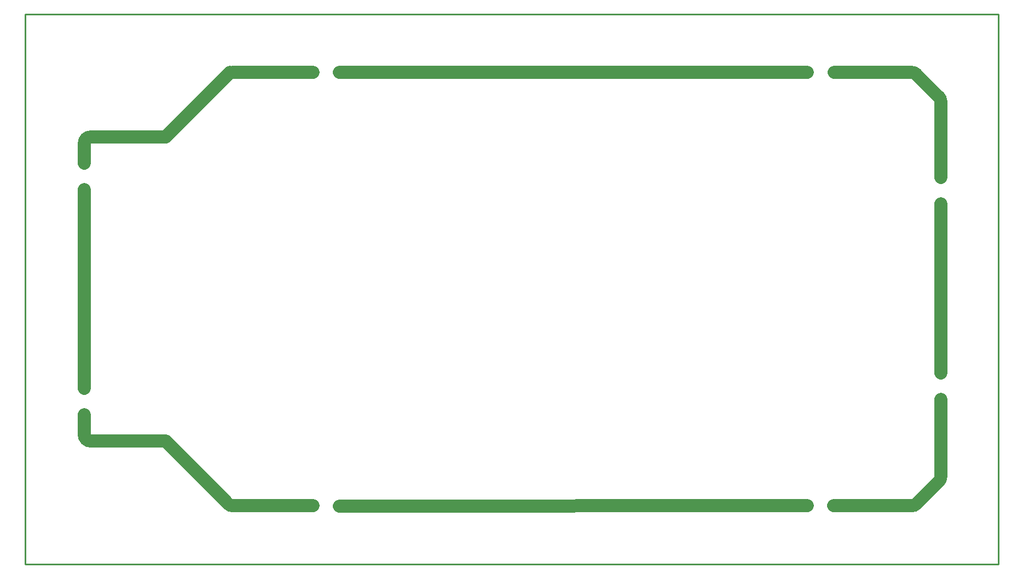
<source format=gm1>
G04*
G04 #@! TF.GenerationSoftware,Altium Limited,Altium NEXUS,2.0.15 (191)*
G04*
G04 Layer_Color=16711935*
%FSLAX25Y25*%
%MOIN*%
G70*
G01*
G75*
%ADD64C,0.00984*%
%ADD231C,0.07874*%
D64*
X86094Y-39579D02*
X552630D01*
X-39890D02*
X86094D01*
X-39890D02*
Y295067D01*
X552630D01*
X552630Y-39579D02*
X552630Y295067D01*
D231*
X83820Y-2774D02*
G03*
X86614Y-3937I2794J2774D01*
G01*
X517717Y242126D02*
G03*
X516557Y244916I-3937J0D01*
G01*
X517717Y242126D02*
G03*
X516564Y244910I-3937J0D01*
G01*
X517717Y242126D02*
G03*
X516557Y244916I-3937J0D01*
G01*
X502784Y258689D02*
G03*
X500000Y259843I-2784J-2784D01*
G01*
X502784Y258689D02*
G03*
X499985Y259843I-2784J-2784D01*
G01*
X502784Y258689D02*
G03*
X499985Y259843I-2784J-2784D01*
G01*
X517717Y13780D02*
G03*
X517717Y13795I-3937J0D01*
G01*
X516564Y10996D02*
G03*
X517717Y13780I-2784J2784D01*
G01*
D02*
G03*
X517717Y13795I-3937J0D01*
G01*
X516564Y10996D02*
G03*
X517717Y13780I-2784J2784D01*
G01*
X516564Y10996D02*
G03*
X517717Y13780I-2784J2784D01*
G01*
X500000Y-3937D02*
G03*
X502784Y-2784I0J3937D01*
G01*
X500000Y-3937D02*
G03*
X502794Y-2774I0J3937D01*
G01*
X500000Y-3937D02*
G03*
X502794Y-2774I0J3937D01*
G01*
X86539Y259843D02*
G03*
X83755Y258689I0J-3937D01*
G01*
X86539Y259843D02*
G03*
X83755Y258689I0J-3937D01*
G01*
X0Y220548D02*
G03*
X-3937Y216611I0J-3937D01*
G01*
X0Y220548D02*
G03*
X-3937Y216611I0J-3937D01*
G01*
X-3937Y39370D02*
G03*
X0Y35433I3937J0D01*
G01*
X45613D01*
X-3937Y39370D02*
Y51464D01*
Y67464D02*
X-3937Y188521D01*
X86614Y-3937D02*
X135564D01*
X-3937Y204521D02*
Y216615D01*
X517717Y13787D02*
Y60791D01*
X517717Y195791D02*
Y242118D01*
X517717Y179791D02*
X517717Y76791D01*
X452480Y-3937D02*
X500008D01*
X151496Y-3988D02*
X436496Y-3937D01*
X86531Y259843D02*
X135480D01*
X45613Y220548D02*
X84908Y259843D01*
X151480Y259791D02*
X436480Y259843D01*
X452859D02*
X499992D01*
X502784Y258689D02*
X516557Y244916D01*
X516564Y244910D01*
X517717Y13780D02*
Y13795D01*
X502794Y-2774D02*
X516564Y10996D01*
X502784Y-2784D02*
X502794Y-2774D01*
X499985Y259843D02*
X500000D01*
X0Y220548D02*
X45613D01*
Y35433D02*
X83820Y-2774D01*
X83830Y-2784D01*
M02*

</source>
